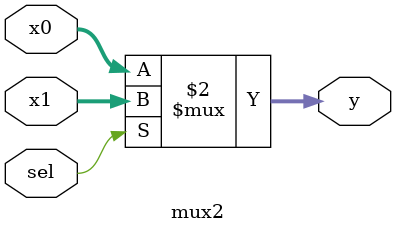
<source format=v>

`timescale 1ns/1ps

module mux2 (x0, x1, sel, y);

input [31:0] x0;
input [31:0] x1;
input sel;
output [31:0] y;

assign y = (sel==1'b0) ? x0 : x1;

endmodule

</source>
